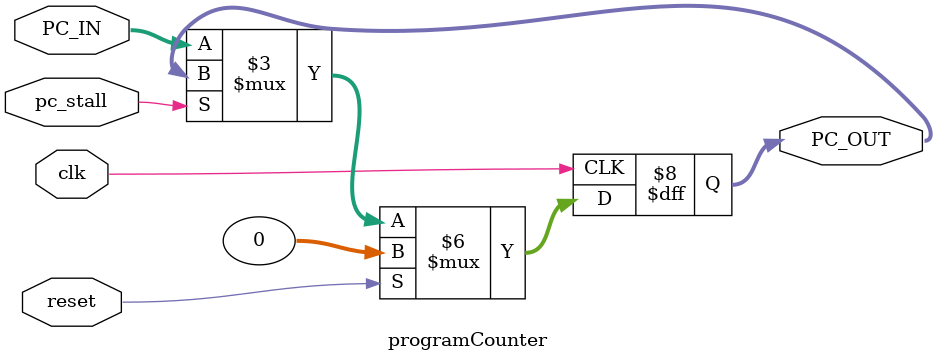
<source format=v>

module programCounter (clk, reset, pc_stall, PC_OUT, PC_IN);


input clk, reset, pc_stall;
input [31:0] PC_IN;

output reg [31:0] PC_OUT;

always@(posedge clk)
begin

    if(reset) begin
        PC_OUT <= 32'h00000000;
    end else if (!pc_stall) begin
        PC_OUT <= PC_IN;
    end

end

endmodule

</source>
